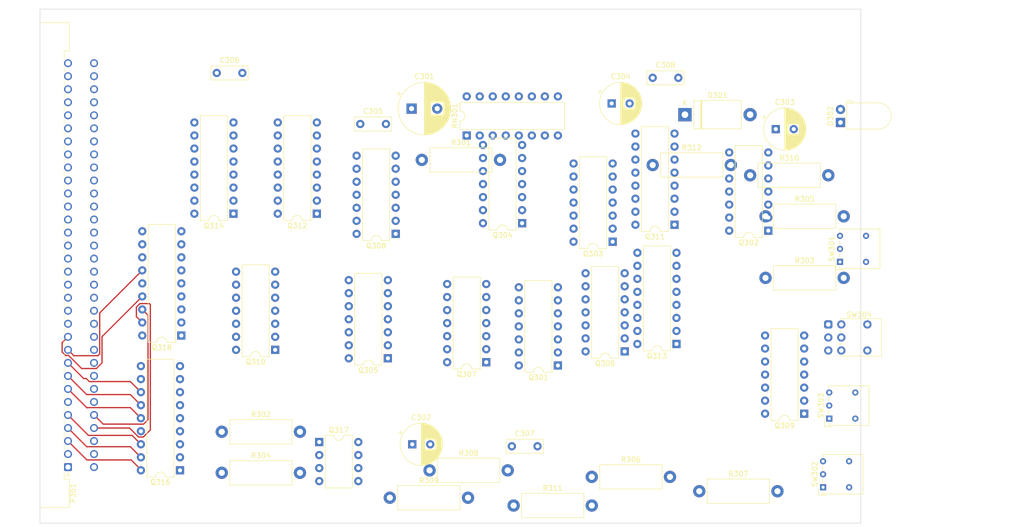
<source format=kicad_pcb>
(kicad_pcb (version 20221018) (generator pcbnew)
  (layers (0 "F.Cu" signal) (31 "B.Cu" signal) (34 "B.Paste" user) (35 "F.Paste" user) (36 "B.SilkS" user "B.Silkscreen") (37 "F.SilkS" user "F.Silkscreen") (38 "B.Mask" user) (39 "F.Mask" user) (44 "Edge.Cuts" user))
  (net 0 "")
  (net 1 "Net-(Q311A-RCext)")
  (net 2 "Net-(Q311A-Cext)")
  (net 3 "Net-(Q311B-RCext)")
  (net 4 "Net-(Q311B-Cext)")
  (net 5 "Net-(Q313A-RCext)")
  (net 6 "Net-(Q313A-Cext)")
  (net 7 "Net-(Q313B-RCext)")
  (net 8 "Net-(Q313B-Cext)")
  (net 9 "PA_READY")
  (net 10 "GND")
  (net 11 "TRX_TX_EN")
  (net 12 "TRX_RX_EN")
  (net 13 "PA_ACTIVE")
  (net 14 "PA_READY_L")
  (net 15 "Net-(D302-A)")
  (net 16 "432_RX_PWR_EN_L")
  (net 17 "432_L")
  (net 18 "432_TX_PWR_EN_L")
  (net 19 "XCVR_RX_L")
  (net 20 "PA_OFF_L")
  (net 21 "PA_ON_L")
  (net 22 "PREAMP_EN_L")
  (net 25 "XCVR_RX_432_L")
  (net 26 "Net-(P301-Pin_a7)")
  (net 27 "TRX_TX_432_L")
  (net 28 "PA_PASS_THRU")
  (net 41 "VCC")
  (net 44 "Net-(P301-Pin_a28)")
  (net 48 "Net-(P301-Pin_c1)")
  (net 49 "Net-(P301-Pin_c2)")
  (net 50 "PA_UNBIAS_L")
  (net 72 "PA_UNBIAS")
  (net 73 "Net-(Q301-Pad1)")
  (net 74 "RX_432_EN")
  (net 75 "432_TX_PWR_EN")
  (net 76 "TRX_TX_EN_L")
  (net 80 "432_RX_PWR_EN")
  (net 81 "RIG_ACTIVE")
  (net 82 "PA_KEEPALIVE")
  (net 83 "Net-(Q302-Pad6)")
  (net 84 "XCVR_RX_432")
  (net 88 "Net-(Q303-Pad1)")
  (net 94 "Net-(Q303-Pad11)")
  (net 95 "TRX_RX_EN_L")
  (net 96 "Net-(Q304-Pad5)")
  (net 99 "TRX_TX_432")
  (net 100 "Net-(Q305A-~{R})")
  (net 101 "QRO_ACTIVE")
  (net 102 "Net-(Q305A-~{S})")
  (net 104 "QRO_EN")
  (net 106 "Net-(Q305B-~{S})")
  (net 107 "PA Remote ON")
  (net 117 "Net-(Q307-Pad3)")
  (net 121 "RX_144_EN_L")
  (net 122 "Net-(Q312-P0)")
  (net 123 "RX_432_L")
  (net 124 "PREAMP_DISABLE_2_L")
  (net 125 "432_RX")
  (net 126 "Net-(Q311B-B)")
  (net 127 "PA_OFF")
  (net 128 "PA Remote off")
  (net 129 "Net-(Q310-Pad1)")
  (net 130 "Net-(Q313A-~{Q})")
  (net 131 "PREAMP_EN")
  (net 134 "PREAMP_DISABLE_1_L")
  (net 137 "PA_ON")
  (net 142 "Net-(Q312-SCL)")
  (net 143 "Net-(Q312-SDA)")
  (net 146 "Net-(Q313B-Clr)")
  (net 161 "Net-(RN301-R9)")
  (net 170 "Net-(Q312-P4)")
  (footprint "Package_DIP:DIP-14_W7.62mm" (layer "F.Cu") (at 112.903 74.422 180)
    (fp_text reference "Q308")
    (fp_text value "74HC14")
  )
  (footprint "Capacitor_THT:C_Rect_L7.0mm_W2.5mm_P5.00mm" (layer "F.Cu") (at 78.018 43.053)
    (fp_text reference "C306")
    (fp_text value "47n")
  )
  (footprint "Package_DIP:DIP-16_W7.62mm" (layer "F.Cu") (at 81.28 70.485 180)
    (fp_text reference "Q314")
    (fp_text value "PCF8574")
  )
  (footprint "Capacitor_THT:C_Rect_L7.0mm_W2.5mm_P5.00mm" (layer "F.Cu") (at 106 53)
    (fp_text reference "C305")
    (fp_text value "47n")
  )
  (footprint "Resistor_THT:R_Axial_DIN0414_L11.9mm_D4.5mm_P15.24mm_Horizontal" (layer "F.Cu") (at 79 113)
    (fp_text reference "R302")
    (fp_text value "39k")
  )
  (footprint "Package_DIP:DIP-16_W7.62mm" (layer "F.Cu") (at 126.746 55.245 90)
    (fp_text reference "RN301")
    (fp_text value "4k7")
  )
  (footprint "Capacitor_THT:C_Rect_L7.0mm_W2.5mm_P5.00mm" (layer "F.Cu") (at 135.549 115.824)
    (fp_text reference "C307")
    (fp_text value "47n")
  )
  (footprint "Button_Switch_THT:SW_Lever_1P2T_NKK_GW12LxH" (layer "F.Cu") (at 199.517 79.883 90)
    (fp_text reference "SW301")
    (fp_text value "XRX_432")
  )
  (footprint "Package_DIP:DIP-16_W7.62mm" (layer "F.Cu") (at 167.259 72.644 180)
    (fp_text reference "Q311")
    (fp_text value "74LS123")
  )
  (footprint "Resistor_THT:R_Axial_DIN0414_L11.9mm_D4.5mm_P15.24mm_Horizontal" (layer "F.Cu") (at 119.507 120.523)
    (fp_text reference "R308")
    (fp_text value "680")
  )
  (footprint "Package_DIP:DIP-14_W7.62mm" (layer "F.Cu") (at 130.556 99.441 180)
    (fp_text reference "Q307")
    (fp_text value "74LS00")
  )
  (footprint "Capacitor_THT:CP_Radial_D10.0mm_P5.00mm" (layer "F.Cu") (at 116 50)
    (fp_text reference "C301")
    (fp_text value "100μF")
  )
  (footprint "Package_DIP:DIP-14_W7.62mm" (layer "F.Cu") (at 192.532 109.474 180)
    (fp_text reference "Q309")
    (fp_text value "74LS08")
  )
  (footprint "Package_DIP:DIP-14_W7.62mm" (layer "F.Cu") (at 157.542 97.338 180)
    (fp_text reference "Q306")
    (fp_text value "74LS00")
  )
  (footprint "Package_DIP:DIP-14_W7.62mm" (layer "F.Cu") (at 185.537 73.792 180)
    (fp_text reference "Q302")
    (fp_text value "74LS32")
  )
  (footprint "Resistor_THT:R_Axial_DIN0414_L11.9mm_D4.5mm_P15.24mm_Horizontal" (layer "F.Cu") (at 185 71)
    (fp_text reference "R305")
    (fp_text value "22k")
  )
  (footprint "Resistor_THT:R_Axial_DIN0414_L11.9mm_D4.5mm_P15.24mm_Horizontal" (layer "F.Cu") (at 172.085 124.587)
    (fp_text reference "R307")
    (fp_text value "27k")
  )
  (footprint "Diode_THT:D_DO-201AE_P12.70mm_Horizontal" (layer "F.Cu") (at 169.291 51.181)
    (fp_text reference "D301")
    (fp_text value "BZX74C4v2")
  )
  (footprint "Resistor_THT:R_Axial_DIN0414_L11.9mm_D4.5mm_P15.24mm_Horizontal" (layer "F.Cu") (at 151.13 121.793)
    (fp_text reference "R306")
    (fp_text value "22k")
  )
  (footprint "Package_DIP:DIP-8_W7.62mm" (layer "F.Cu") (at 98 115)
    (fp_text reference "Q317")
    (fp_text value "82B715")
  )
  (footprint "Resistor_THT:R_Axial_DIN0414_L11.9mm_D4.5mm_P15.24mm_Horizontal" (layer "F.Cu") (at 185 83)
    (fp_text reference "R303")
    (fp_text value "39k")
  )
  (footprint "Package_DIP:DIP-16_W7.62mm" (layer "F.Cu") (at 167.64 95.885 180)
    (fp_text reference "Q313")
    (fp_text value "74LS123")
  )
  (footprint "Capacitor_THT:C_Rect_L7.0mm_W2.5mm_P5.00mm" (layer "F.Cu") (at 163 44)
    (fp_text reference "C308")
    (fp_text value "47n")
  )
  (footprint "Capacitor_THT:CP_Radial_D8.0mm_P3.50mm" (layer "F.Cu") (at 116.134 115.443)
    (fp_text reference "C302")
    (fp_text value "10μF")
  )
  (footprint "Resistor_THT:R_Axial_DIN0414_L11.9mm_D4.5mm_P15.24mm_Horizontal" (layer "F.Cu") (at 182 63)
    (fp_text reference "R310")
    (fp_text value "279")
  )
  (footprint "Button_Switch_THT:SW_Push_2P2T_Vertical_E-Switch_800UDP8P1A1M6" (layer "F.Cu") (at 197.231 92.075)
    (fp_text reference "SW304")
    (fp_text value "PA_OFF")
  )
  (footprint "Package_DIP:DIP-14_W7.62mm" (layer "F.Cu") (at 111.379 98.679 180)
    (fp_text reference "Q305")
    (fp_text value "74HC74")
  )
  (footprint "Connector_DIN:DIN41612_C_2x32_Male_Horizontal_THT" (layer "F.Cu") (at 49.022 119.888 90)
    (fp_text reference "P301")
    (fp_text value "DIN2")
  )
  (footprint "Package_DIP:DIP-14_W7.62mm" (layer "F.Cu") (at 144.526 100.076 180)
    (fp_text reference "Q301")
    (fp_text value "7402")
  )
  (footprint "Package_DIP:DIP-18_W7.62mm" (layer "F.Cu") (at 71.12 94.234 180)
    (fp_text reference "Q318")
    (fp_text value "ULN2803A")
  )
  (footprint "Package_DIP:DIP-18_W7.62mm" (layer "F.Cu") (at 70.856 120.513 180)
    (fp_text reference "Q316")
    (fp_text value "ULN2803A")
  )
  (footprint "Capacitor_THT:CP_Radial_D8.0mm_P3.50mm" (layer "F.Cu") (at 187 54)
    (fp_text reference "C303")
    (fp_text value "39μF")
  )
  (footprint "Package_DIP:DIP-16_W7.62mm" (layer "F.Cu") (at 97.536 70.485 180)
    (fp_text reference "Q312")
    (fp_text value "PCF8574")
  )
  (footprint "Capacitor_THT:CP_Radial_D8.0mm_P3.50mm" (layer "F.Cu") (at 155 49)
    (fp_text reference "C304")
    (fp_text value "22μF")
  )
  (footprint "Package_DIP:DIP-14_W7.62mm" (layer "F.Cu") (at 89.408 97.028 180)
    (fp_text reference "Q310")
    (fp_text value "74LS21")
  )
  (footprint "Package_DIP:DIP-14_W7.62mm" (layer "F.Cu") (at 155.194 75.946 180)
    (fp_text reference "Q303")
    (fp_text value "74LS08")
  )
  (footprint "Button_Switch_THT:SW_Lever_1P2T_NKK_GW12LxH" (layer "F.Cu") (at 197.4215 110.4275 90)
    (fp_text reference "SW303")
    (fp_text value "xxx")
  )
  (footprint "Resistor_THT:R_Axial_DIN0414_L11.9mm_D4.5mm_P15.24mm_Horizontal" (layer "F.Cu") (at 163 61)
    (fp_text reference "R312")
    (fp_text value "27k")
  )
  (footprint "Button_Switch_THT:SW_Lever_1P2T_NKK_GW12LxH" (layer "F.Cu") (at 196.215 123.825 90)
    (fp_text reference "SW302")
    (fp_text value "QRO")
  )
  (footprint "Package_DIP:DIP-14_W7.62mm" (layer "F.Cu") (at 137.542 72.338 180)
    (fp_text reference "Q304")
    (fp_text value "74HCT04")
  )
  (footprint "Resistor_THT:R_Axial_DIN0414_L11.9mm_D4.5mm_P15.24mm_Horizontal" (layer "F.Cu") (at 111.76 125.857)
    (fp_text reference "R309")
    (fp_text value "680")
  )
  (footprint "Resistor_THT:R_Axial_DIN0414_L11.9mm_D4.5mm_P15.24mm_Horizontal" (layer "F.Cu") (at 79 121)
    (fp_text reference "R304")
    (fp_text value "22k")
  )
  (footprint "LED_THT:LED_D5.0mm_Horizontal_O1.27mm_Z3.0mm" (layer "F.Cu") (at 199.614 52.71 90)
    (fp_text reference "D302")
    (fp_text value "PA RDY")
  )
  (footprint "Resistor_THT:R_Axial_DIN0414_L11.9mm_D4.5mm_P15.24mm_Horizontal" (layer "F.Cu") (at 118 60)
    (fp_text reference "R301")
    (fp_text value "470k")
  )
  (footprint "Resistor_THT:R_Axial_DIN0414_L11.9mm_D4.5mm_P15.24mm_Horizontal" (layer "F.Cu") (at 135.89 127.381)
    (fp_text reference "R311")
    (fp_text value "27k")
  )
  (gr_rect (start 43.561 30.607) (end 203.581 130.81) (stroke (width 0.1)) (fill none) (layer "Edge.Cuts"))
  (segment (start 81.788 89.408) (end 81.788 89.281) (width 0.25) (layer "F.Cu") (net 0))
  (segment (start 61.511 113.708) (end 53.002 113.708) (width 0.25) (layer "F.Cu") (net 16))
  (segment (start 63.236 115.433) (end 61.511 113.708) (width 0.25) (layer "F.Cu") (net 16))
  (segment (start 53.002 113.708) (end 49.022 109.728) (width 0.25) (layer "F.Cu") (net 16))
  (segment (start 63.246 120.396) (end 61.341 118.491) (width 0.25) (layer "F.Cu") (net 18))
  (segment (start 52.705 118.491) (end 49.022 114.808) (width 0.25) (layer "F.Cu") (net 18))
  (segment (start 61.341 118.491) (end 52.705 118.491) (width 0.25) (layer "F.Cu") (net 18))
  (segment (start 63.236 120.513) (end 63.246 120.503) (width 0.25) (layer "F.Cu") (net 18))
  (segment (start 63.246 120.503) (end 63.246 120.396) (width 0.25) (layer "F.Cu") (net 18))
  (segment (start 52.662 105.748) (end 49.022 102.108) (width 0.25) (layer "F.Cu") (net 19))
  (segment (start 63.236 107.813) (end 61.171 105.748) (width 0.25) (layer "F.Cu") (net 19))
  (segment (start 61.171 105.748) (end 52.662 105.748) (width 0.25) (layer "F.Cu") (net 19))
  (segment (start 63.754 111.506) (end 55.88 111.506) (width 0.25) (layer "F.Cu") (net 20))
  (segment (start 64.625 90.279) (end 64.625 110.635) (width 0.25) (layer "F.Cu") (net 20))
  (segment (start 63.5 89.154) (end 64.625 90.279) (width 0.25) (layer "F.Cu") (net 20))
  (segment (start 55.88 111.506) (end 54.102 109.728) (width 0.25) (layer "F.Cu") (net 20))
  (segment (start 64.625 110.635) (end 63.754 111.506) (width 0.25) (layer "F.Cu") (net 20))
  (segment (start 47.879 95.631) (end 49.022 94.488) (width 0.25) (layer "F.Cu") (net 22))
  (segment (start 48.566365 98.128) (end 47.879 97.440635) (width 0.25) (layer "F.Cu") (net 22))
  (segment (start 55.651501 99.574134) (end 54.557635 100.668) (width 0.25) (layer "F.Cu") (net 22))
  (segment (start 49.137635 98.128) (end 48.566365 98.128) (width 0.25) (layer "F.Cu") (net 22))
  (segment (start 63.5 86.614) (end 55.651501 94.462499) (width 0.25) (layer "F.Cu") (net 22))
  (segment (start 51.677635 100.668) (end 49.137635 98.128) (width 0.25) (layer "F.Cu") (net 22))
  (segment (start 47.879 97.440635) (end 47.879 95.631) (width 0.25) (layer "F.Cu") (net 22))
  (segment (start 54.557635 100.668) (end 51.677635 100.668) (width 0.25) (layer "F.Cu") (net 22))
  (segment (start 55.651501 94.462499) (end 55.651501 99.574134) (width 0.25) (layer "F.Cu") (net 22))
  (segment (start 63.236 117.973) (end 61.171 115.908) (width 0.25) (layer "F.Cu") (net 25))
  (segment (start 61.171 115.908) (end 52.662 115.908) (width 0.25) (layer "F.Cu") (net 25))
  (segment (start 52.662 115.908) (end 49.022 112.268) (width 0.25) (layer "F.Cu") (net 25))
  (segment (start 61.171 108.288) (end 52.748 108.288) (width 0.25) (layer "F.Cu") (net 26))
  (segment (start 63.236 110.353) (end 61.171 108.288) (width 0.25) (layer "F.Cu") (net 26))
  (segment (start 52.748 108.288) (end 52.705 108.331) (width 0.25) (layer "F.Cu") (net 26))
  (segment (start 52.705 108.331) (end 49.022 104.648) (width 0.25) (layer "F.Cu") (net 26))
  (segment (start 63.236 105.273) (end 61.171 103.208) (width 0.25) (layer "F.Cu") (net 27))
  (segment (start 61.171 103.208) (end 53.17 103.208) (width 0.25) (layer "F.Cu") (net 27))
  (segment (start 52.07 102.616) (end 49.022 99.568) (width 0.25) (layer "F.Cu") (net 27))
  (segment (start 53.17 103.208) (end 52.578 102.616) (width 0.25) (layer "F.Cu") (net 27))
  (segment (start 52.578 102.616) (end 52.07 102.616) (width 0.25) (layer "F.Cu") (net 27))
  (segment (start 50.165 98.171) (end 49.022 97.028) (width 0.25) (layer "F.Cu") (net 28))
  (segment (start 55.202 97.823635) (end 54.854635 98.171) (width 0.25) (layer "F.Cu") (net 28))
  (segment (start 63.5 81.534) (end 55.202 89.832) (width 0.25) (layer "F.Cu") (net 28))
  (segment (start 54.854635 98.171) (end 50.165 98.171) (width 0.25) (layer "F.Cu") (net 28))
  (segment (start 55.202 89.832) (end 55.202 97.823635) (width 0.25) (layer "F.Cu") (net 28))
  (segment (start 54.102 112.268) (end 61.020009 112.268) (width 0.25) (layer "F.Cu") (net 50))
  (segment (start 62.357 88.706009) (end 62.357 90.551) (width 0.25) (layer "F.Cu") (net 50))
  (segment (start 63.701991 114.018) (end 65.074501 112.64549) (width 0.25) (layer "F.Cu") (net 50))
  (segment (start 63.052009 88.011) (end 62.357 88.706009) (width 0.25) (layer "F.Cu") (net 50))
  (segment (start 62.357 90.551) (end 63.5 91.694) (width 0.25) (layer "F.Cu") (net 50))
  (segment (start 61.020009 112.268) (end 62.770009 114.018) (width 0.25) (layer "F.Cu") (net 50))
  (segment (start 65.074501 112.64549) (end 65.074501 88.188502) (width 0.25) (layer "F.Cu") (net 50))
  (segment (start 64.896999 88.011) (end 63.052009 88.011) (width 0.25) (layer "F.Cu") (net 50))
  (segment (start 65.074501 88.188502) (end 64.896999 88.011) (width 0.25) (layer "F.Cu") (net 50))
  (segment (start 62.770009 114.018) (end 63.701991 114.018) (width 0.25) (layer "F.Cu") (net 50))
  (segment (start 89.408 89.154) (end 89.408 89.408) (width 0.25) (layer "F.Cu") (net 130))
)
</source>
